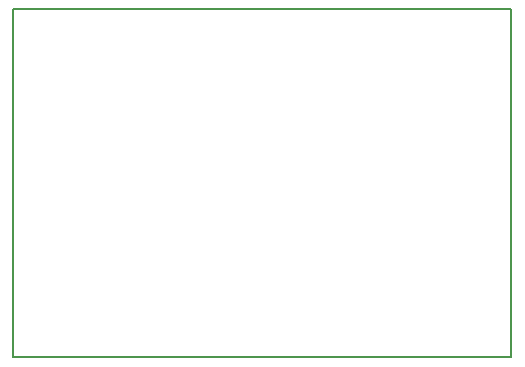
<source format=gbr>
G04 #@! TF.FileFunction,Profile,NP*
%FSLAX46Y46*%
G04 Gerber Fmt 4.6, Leading zero omitted, Abs format (unit mm)*
G04 Created by KiCad (PCBNEW 4.0.7-e2-6376~58~ubuntu16.04.1) date Wed Jan 10 10:54:33 2018*
%MOMM*%
%LPD*%
G01*
G04 APERTURE LIST*
%ADD10C,0.100000*%
%ADD11C,0.150000*%
G04 APERTURE END LIST*
D10*
D11*
X114554000Y-70866000D02*
X114554000Y-70866000D01*
X114554000Y-100330000D02*
X114554000Y-70866000D01*
X156718000Y-100330000D02*
X114554000Y-100330000D01*
X156718000Y-70866000D02*
X156718000Y-100330000D01*
X114554000Y-70866000D02*
X156718000Y-70866000D01*
M02*

</source>
